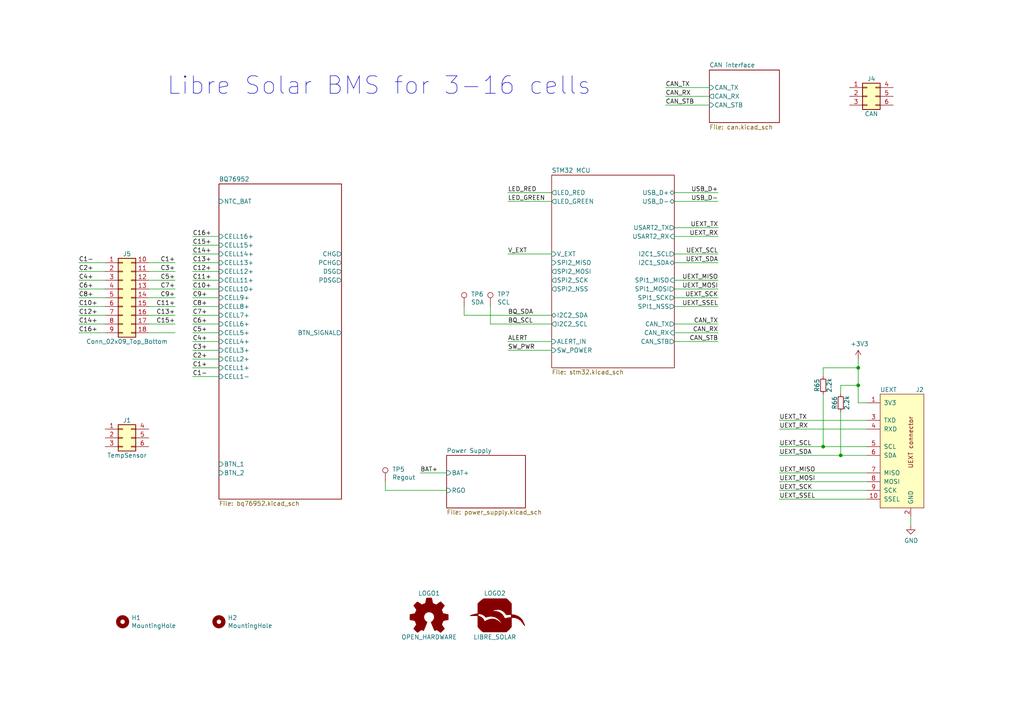
<source format=kicad_sch>
(kicad_sch (version 20211123) (generator eeschema)
  (paper "A4")
  (title_block (title "BMS 16S Control Board") (date "2021-02-13") (rev "0.1") (company "Libre Solar Technologies GmbH") (comment 1 "Website: https://libre.solar") (comment 2 "Author: Martin Jäger") (comment 3 "License: Creative Commons Attribution-ShareAlike 4.0 International"))
  (lib_symbols
    (symbol "Connector:TestPoint" (pin_numbers hide) (pin_names (offset 0.762) hide)
      (property "Reference" "TP" (at 0 6.858 0))
      (property "Value" "TestPoint" (at 0 5.08 0))
      (symbol "TestPoint_1_1"
        (pin passive line (at 0 0 90) (length 2.54) (name "1") (number "1"))
      )
    )
    (symbol "Connector:USB_B_Micro" (pin_names (offset 1.016))
      (property "Reference" "J" (at -5.08 11.43 0))
      (property "Value" "USB_B_Micro" (at -5.08 8.89 0))
      (symbol "USB_B_Micro_1_1"
        (pin power_out line (at 7.62 5.08 180) (length 2.54) (name "VBUS") (number "1"))
        (pin bidirectional line (at 7.62 -2.54 180) (length 2.54) (name "D-") (number "2"))
        (pin bidirectional line (at 7.62 0 180) (length 2.54) (name "D+") (number "3"))
        (pin passive line (at 7.62 -5.08 180) (length 2.54) (name "ID") (number "4"))
        (pin power_out line (at 0 -10.16 90) (length 2.54) (name "GND") (number "5"))
        (pin passive line (at -2.54 -10.16 90) (length 2.54) (name "Shield") (number "6"))
      )
    )
    (symbol "Connector_Generic:Conn_02x03_Top_Bottom" (pin_names (offset 1.016) hide)
      (property "Reference" "J" (at 1.27 5.08 0))
      (property "Value" "Conn_02x03_Top_Bottom" (at 1.27 -5.08 0))
      (symbol "Conn_02x03_Top_Bottom_1_1"
        (pin passive line (at -5.08 2.54 0) (length 3.81) (name "Pin_1") (number "1"))
        (pin passive line (at -5.08 0 0) (length 3.81) (name "Pin_2") (number "2"))
        (pin passive line (at -5.08 -2.54 0) (length 3.81) (name "Pin_3") (number "3"))
        (pin passive line (at 7.62 2.54 180) (length 3.81) (name "Pin_4") (number "4"))
        (pin passive line (at 7.62 0 180) (length 3.81) (name "Pin_5") (number "5"))
        (pin passive line (at 7.62 -2.54 180) (length 3.81) (name "Pin_6") (number "6"))
      )
    )
    (symbol "Connector_Generic:Conn_02x09_Top_Bottom" (pin_names (offset 1.016) hide)
      (property "Reference" "J" (at 1.27 12.7 0))
      (property "Value" "Conn_02x09_Top_Bottom" (at 1.27 -12.7 0))
      (symbol "Conn_02x09_Top_Bottom_1_1"
        (pin passive line (at -5.08 10.16 0) (length 3.81) (name "Pin_1") (number "1"))
        (pin passive line (at 7.62 10.16 180) (length 3.81) (name "Pin_10") (number "10"))
        (pin passive line (at 7.62 7.62 180) (length 3.81) (name "Pin_11") (number "11"))
        (pin passive line (at 7.62 5.08 180) (length 3.81) (name "Pin_12") (number "12"))
        (pin passive line (at 7.62 2.54 180) (length 3.81) (name "Pin_13") (number "13"))
        (pin passive line (at 7.62 0 180) (length 3.81) (name "Pin_14") (number "14"))
        (pin passive line (at 7.62 -2.54 180) (length 3.81) (name "Pin_15") (number "15"))
        (pin passive line (at 7.62 -5.08 180) (length 3.81) (name "Pin_16") (number "16"))
        (pin passive line (at 7.62 -7.62 180) (length 3.81) (name "Pin_17") (number "17"))
        (pin passive line (at 7.62 -10.16 180) (length 3.81) (name "Pin_18") (number "18"))
        (pin passive line (at -5.08 7.62 0) (length 3.81) (name "Pin_2") (number "2"))
        (pin passive line (at -5.08 5.08 0) (length 3.81) (name "Pin_3") (number "3"))
        (pin passive line (at -5.08 2.54 0) (length 3.81) (name "Pin_4") (number "4"))
        (pin passive line (at -5.08 0 0) (length 3.81) (name "Pin_5") (number "5"))
        (pin passive line (at -5.08 -2.54 0) (length 3.81) (name "Pin_6") (number "6"))
        (pin passive line (at -5.08 -5.08 0) (length 3.81) (name "Pin_7") (number "7"))
        (pin passive line (at -5.08 -7.62 0) (length 3.81) (name "Pin_8") (number "8"))
        (pin passive line (at -5.08 -10.16 0) (length 3.81) (name "Pin_9") (number "9"))
      )
    )
    (symbol "Diode:SZESD9B5.0ST5G" (pin_numbers hide) (pin_names (offset 1.016) hide)
      (property "Reference" "D" (at 0 2.54 0))
      (property "Value" "SZESD9B5.0ST5G" (at 0 -2.54 0))
      (symbol "SZESD9B5.0ST5G_1_1"
        (pin passive line (at -3.81 0 0) (length 2.54) (name "A1") (number "1"))
        (pin passive line (at 3.81 0 180) (length 2.54) (name "A2") (number "2"))
      )
    )
    (symbol "Graphic:Logo_Open_Hardware_Small" (pin_names (offset 1.016)))
    (symbol "LibreSolar:Logo_Libre_Solar" (pin_numbers hide) (pin_names (offset 1.016) hide)
      (property "Reference" "LOGO" (at 0 6.985 0))
      (property "Value" "Logo_Libre_Solar" (at 0 -5.715 0))
    )
    (symbol "LibreSolar:R" (pin_numbers hide) (pin_names (offset 0.254) hide)
      (property "Reference" "R" (at -1.905 0 90))
      (property "Value" "R" (at 1.905 0 90))
      (symbol "R_1_1"
        (pin passive line (at 0 2.54 270) (length 0.762) (name "~") (number "1"))
        (pin passive line (at 0 -2.54 90) (length 0.762) (name "~") (number "2"))
      )
    )
    (symbol "LibreSolar:UEXT" (pin_names (offset 1.016))
      (property "Reference" "J" (at -6.35 19.05 0))
      (property "Value" "UEXT" (at 6.35 19.05 0))
      (symbol "UEXT_0_0"
        (text "UEXT connector" (at -2.54 3.81 900) (effects (font (size 1.27 1.27))))
        (pin passive line (at 10.16 7.62 180) (length 3.81) (name "RXD") (number "4"))
      )
      (symbol "UEXT_1_1"
        (pin passive line (at 10.16 15.24 180) (length 3.81) (name "3V3") (number "1"))
        (pin passive line (at 10.16 -12.7 180) (length 3.81) (name "SSEL") (number "10"))
        (pin passive line (at -2.54 -17.78 90) (length 2.54) (name "GND") (number "2"))
        (pin passive line (at 10.16 10.16 180) (length 3.81) (name "TXD") (number "3"))
        (pin passive line (at 10.16 2.54 180) (length 3.81) (name "SCL") (number "5"))
        (pin passive line (at 10.16 0 180) (length 3.81) (name "SDA") (number "6"))
        (pin passive line (at 10.16 -5.08 180) (length 3.81) (name "MISO") (number "7"))
        (pin passive line (at 10.16 -7.62 180) (length 3.81) (name "MOSI") (number "8"))
        (pin passive line (at 10.16 -10.16 180) (length 3.81) (name "SCK") (number "9"))
      )
    )
    (symbol "Mechanical:MountingHole" (pin_names (offset 1.016))
      (property "Reference" "H" (at 0 5.08 0))
      (property "Value" "MountingHole" (at 0 3.175 0))
    )
    (symbol "bms-control-16s-rescue:D_LED-LibreSolar" (pin_numbers hide) (pin_names (offset 1.016) hide)
      (property "Reference" "D" (at 3.175 1.27 0))
      (property "Value" "D_LED-LibreSolar" (at 3.175 -1.27 0))
      (symbol "D_LED-LibreSolar_1_1"
        (pin passive line (at 0 -2.54 90) (length 1.27) (name "K") (number "1"))
        (pin passive line (at 0 2.54 270) (length 1.27) (name "A") (number "2"))
      )
    )
    (symbol "power:+3.3V" (power) (pin_names (offset 0))
      (property "Value" "+3.3V" (at 0 3.556 0))
      (symbol "+3.3V_1_1"
        (pin power_in line (at 0 0 90) (length 0) hide (name "+3V3") (number "1"))
      )
    )
    (symbol "power:+5V" (power) (pin_names (offset 0))
      (property "Value" "+5V" (at 0 3.556 0))
      (symbol "+5V_1_1"
        (pin power_in line (at 0 0 90) (length 0) hide (name "+5V") (number "1"))
      )
    )
    (symbol "power:GND" (power) (pin_names (offset 0))
      (property "Value" "GND" (at 0 -3.81 0))
      (symbol "GND_1_1"
        (pin power_in line (at 0 0 270) (length 0) hide (name "GND") (number "1"))
      )
    )
  )
  (junction (at 358.14 43.18) (diameter 0.9144))
  (junction (at 337.82 25.4))
  (junction (at 320.04 33.02))
  (junction (at 243.84 132.08) (diameter 0.9144))
  (junction (at 238.76 129.54) (diameter 0.9144))
  (junction (at 328.93 30.48))
  (junction (at 248.92 106.68))
  (junction (at 248.92 111.76) (diameter 0.9144))
  (wire (pts (xy 142.24 93.98) (xy 160.02 93.98)))
  (wire (pts (xy 251.46 144.78) (xy 226.06 144.78)))
  (wire (pts (xy 43.18 76.2) (xy 50.8 76.2)))
  (wire (pts (xy 195.58 73.66) (xy 208.28 73.66)))
  (wire (pts (xy 22.86 83.82) (xy 30.48 83.82)))
  (wire (pts (xy 373.38 99.06) (xy 360.68 99.06)))
  (wire (pts (xy 360.68 137.16) (xy 373.38 137.16)))
  (wire (pts (xy 328.93 30.48) (xy 350.52 30.48)))
  (wire (pts (xy 360.68 96.52) (xy 373.38 96.52)))
  (wire (pts (xy 248.92 111.76) (xy 248.92 106.68)))
  (wire (pts (xy 195.58 88.9) (xy 208.28 88.9)))
  (wire (pts (xy 55.88 81.28) (xy 63.5 81.28)))
  (wire (pts (xy 22.86 96.52) (xy 30.48 96.52)))
  (wire (pts (xy 205.74 25.4) (xy 193.04 25.4)))
  (wire (pts (xy 55.88 78.74) (xy 63.5 78.74)))
  (wire (pts (xy 360.68 104.14) (xy 373.38 104.14)))
  (wire (pts (xy 314.96 111.76) (xy 327.66 111.76)))
  (wire (pts (xy 147.32 58.42) (xy 160.02 58.42)))
  (wire (pts (xy 243.84 119.38) (xy 243.84 132.08)))
  (wire (pts (xy 55.88 96.52) (xy 63.5 96.52)))
  (wire (pts (xy 43.18 91.44) (xy 50.8 91.44)))
  (wire (pts (xy 55.88 86.36) (xy 63.5 86.36)))
  (wire (pts (xy 55.88 71.12) (xy 63.5 71.12)))
  (wire (pts (xy 238.76 106.68) (xy 248.92 106.68)))
  (wire (pts (xy 55.88 76.2) (xy 63.5 76.2)))
  (wire (pts (xy 320.04 33.02) (xy 307.34 33.02)))
  (wire (pts (xy 43.18 88.9) (xy 50.8 88.9)))
  (wire (pts (xy 195.58 68.58) (xy 208.28 68.58)))
  (wire (pts (xy 55.88 68.58) (xy 63.5 68.58)))
  (wire (pts (xy 55.88 83.82) (xy 63.5 83.82)))
  (wire (pts (xy 320.04 33.02) (xy 320.04 38.1)))
  (wire (pts (xy 195.58 96.52) (xy 208.28 96.52)))
  (wire (pts (xy 251.46 139.7) (xy 226.06 139.7)))
  (wire (pts (xy 327.66 195.58) (xy 327.66 187.96)))
  (wire (pts (xy 226.06 132.08) (xy 243.84 132.08)))
  (wire (pts (xy 55.88 73.66) (xy 63.5 73.66)))
  (wire (pts (xy 22.86 88.9) (xy 30.48 88.9)))
  (wire (pts (xy 251.46 116.84) (xy 248.92 116.84)))
  (wire (pts (xy 43.18 96.52) (xy 50.8 96.52)))
  (wire (pts (xy 22.86 78.74) (xy 30.48 78.74)))
  (wire (pts (xy 134.62 88.9) (xy 134.62 91.44)))
  (wire (pts (xy 160.02 73.66) (xy 147.32 73.66)))
  (wire (pts (xy 226.06 137.16) (xy 251.46 137.16)))
  (wire (pts (xy 360.68 43.18) (xy 360.68 40.64)))
  (wire (pts (xy 358.14 43.18) (xy 360.68 43.18)))
  (wire (pts (xy 55.88 109.22) (xy 63.5 109.22)))
  (wire (pts (xy 226.06 129.54) (xy 238.76 129.54)))
  (wire (pts (xy 55.88 93.98) (xy 63.5 93.98)))
  (wire (pts (xy 337.82 20.32) (xy 337.82 25.4)))
  (wire (pts (xy 350.52 33.02) (xy 320.04 33.02)))
  (wire (pts (xy 350.52 35.56) (xy 347.98 35.56)))
  (wire (pts (xy 111.76 139.7) (xy 111.76 142.24)))
  (wire (pts (xy 327.66 200.66) (xy 327.66 205.74)))
  (wire (pts (xy 111.76 142.24) (xy 129.54 142.24)))
  (wire (pts (xy 238.76 129.54) (xy 251.46 129.54)))
  (wire (pts (xy 22.86 93.98) (xy 30.48 93.98)))
  (wire (pts (xy 337.82 25.4) (xy 350.52 25.4)))
  (wire (pts (xy 134.62 91.44) (xy 160.02 91.44)))
  (wire (pts (xy 360.68 132.08) (xy 373.38 132.08)))
  (wire (pts (xy 358.14 40.64) (xy 358.14 43.18)))
  (wire (pts (xy 195.58 83.82) (xy 208.28 83.82)))
  (wire (pts (xy 314.96 101.6) (xy 327.66 101.6)))
  (wire (pts (xy 248.92 111.76) (xy 243.84 111.76)))
  (wire (pts (xy 248.92 106.68) (xy 248.92 104.14)))
  (wire (pts (xy 347.98 43.18) (xy 347.98 45.72)))
  (wire (pts (xy 55.88 88.9) (xy 63.5 88.9)))
  (wire (pts (xy 360.68 134.62) (xy 373.38 134.62)))
  (wire (pts (xy 314.96 99.06) (xy 327.66 99.06)))
  (wire (pts (xy 22.86 91.44) (xy 30.48 91.44)))
  (wire (pts (xy 307.34 30.48) (xy 328.93 30.48)))
  (wire (pts (xy 205.74 30.48) (xy 193.04 30.48)))
  (wire (pts (xy 55.88 104.14) (xy 63.5 104.14)))
  (wire (pts (xy 195.58 86.36) (xy 208.28 86.36)))
  (wire (pts (xy 43.18 86.36) (xy 50.8 86.36)))
  (wire (pts (xy 22.86 86.36) (xy 30.48 86.36)))
  (wire (pts (xy 205.74 27.94) (xy 193.04 27.94)))
  (wire (pts (xy 22.86 76.2) (xy 30.48 76.2)))
  (wire (pts (xy 55.88 99.06) (xy 63.5 99.06)))
  (wire (pts (xy 160.02 99.06) (xy 147.32 99.06)))
  (wire (pts (xy 337.82 45.72) (xy 337.82 49.53)))
  (wire (pts (xy 328.93 30.48) (xy 328.93 38.1)))
  (wire (pts (xy 195.58 66.04) (xy 208.28 66.04)))
  (wire (pts (xy 243.84 111.76) (xy 243.84 114.3)))
  (wire (pts (xy 264.16 152.4) (xy 264.16 149.86)))
  (wire (pts (xy 350.52 210.82) (xy 350.52 215.9)))
  (wire (pts (xy 238.76 109.22) (xy 238.76 106.68)))
  (wire (pts (xy 337.82 25.4) (xy 337.82 38.1)))
  (wire (pts (xy 55.88 106.68) (xy 63.5 106.68)))
  (wire (pts (xy 238.76 114.3) (xy 238.76 129.54)))
  (wire (pts (xy 195.58 93.98) (xy 208.28 93.98)))
  (wire (pts (xy 226.06 142.24) (xy 251.46 142.24)))
  (wire (pts (xy 195.58 55.88) (xy 208.28 55.88)))
  (wire (pts (xy 243.84 132.08) (xy 251.46 132.08)))
  (wire (pts (xy 22.86 81.28) (xy 30.48 81.28)))
  (wire (pts (xy 43.18 78.74) (xy 50.8 78.74)))
  (wire (pts (xy 43.18 81.28) (xy 50.8 81.28)))
  (wire (pts (xy 55.88 101.6) (xy 63.5 101.6)))
  (wire (pts (xy 147.32 55.88) (xy 160.02 55.88)))
  (wire (pts (xy 195.58 76.2) (xy 208.28 76.2)))
  (wire (pts (xy 248.92 116.84) (xy 248.92 111.76)))
  (wire (pts (xy 208.28 58.42) (xy 195.58 58.42)))
  (wire (pts (xy 195.58 81.28) (xy 208.28 81.28)))
  (wire (pts (xy 251.46 121.92) (xy 226.06 121.92)))
  (wire (pts (xy 314.96 114.3) (xy 327.66 114.3)))
  (wire (pts (xy 328.93 45.72) (xy 328.93 49.53)))
  (wire (pts (xy 251.46 124.46) (xy 226.06 124.46)))
  (wire (pts (xy 360.68 106.68) (xy 373.38 106.68)))
  (wire (pts (xy 43.18 93.98) (xy 50.8 93.98)))
  (wire (pts (xy 55.88 91.44) (xy 63.5 91.44)))
  (wire (pts (xy 195.58 99.06) (xy 208.28 99.06)))
  (wire (pts (xy 350.52 195.58) (xy 350.52 187.96)))
  (wire (pts (xy 160.02 101.6) (xy 147.32 101.6)))
  (wire (pts (xy 142.24 88.9) (xy 142.24 93.98)))
  (wire (pts (xy 350.52 200.66) (xy 350.52 205.74)))
  (wire (pts (xy 129.54 137.16) (xy 121.92 137.16)))
  (wire (pts (xy 320.04 45.72) (xy 320.04 49.53)))
  (wire (pts (xy 358.14 43.18) (xy 358.14 45.72)))
  (wire (pts (xy 43.18 83.82) (xy 50.8 83.82)))
  (wire (pts (xy 347.98 35.56) (xy 347.98 38.1)))
  (wire (pts (xy 327.66 121.92) (xy 314.96 121.92)))
  (wire (pts (xy 327.66 210.82) (xy 327.66 215.9)))
  (wire (pts (xy 327.66 124.46) (xy 314.96 124.46)))
  (text "Libre Solar BMS for 3-16 cells" (at 48.26 27.94 0) (effects (font (size 5.08 5.08)) (justify left bottom)))
  (text "Status LEDs" (at 325.12 185.42 0) (effects (font (size 2.54 2.54)) (justify left bottom)))
  (label "UEXT_TX" (at 373.38 104.14 180))
  (label "C8+" (at 55.88 88.9 0))
  (label "ALERT" (at 147.32 99.06 0))
  (label "C2+" (at 22.86 78.74 0))
  (label "CAN_RX" (at 373.38 134.62 180))
  (label "SW_PWR" (at 314.96 124.46 0))
  (label "C16+" (at 22.86 96.52 0))
  (label "USB_D+" (at 208.28 55.88 180))
  (label "BQ_SDA" (at 314.96 111.76 0))
  (label "C12+" (at 55.88 78.74 0))
  (label "C2+" (at 55.88 104.14 0))
  (label "C1+" (at 55.88 106.68 0))
  (label "C14+" (at 55.88 73.66 0))
  (label "BQ_SCL" (at 314.96 114.3 0))
  (label "UEXT_MISO" (at 226.06 137.16 0))
  (label "BQ_SCL" (at 147.32 93.98 0))
  (label "UEXT_SSEL" (at 208.28 88.9 180))
  (label "CAN_STB" (at 193.04 30.48 0))
  (label "C7+" (at 50.8 83.82 180))
  (label "V_EXT" (at 147.32 73.66 0))
  (label "C8+" (at 22.86 86.36 0))
  (label "CAN_TX" (at 208.28 93.98 180))
  (label "UEXT_MISO" (at 208.28 81.28 180))
  (label "C1-" (at 22.86 76.2 0))
  (label "C6+" (at 55.88 93.98 0))
  (label "CAN_TX" (at 373.38 132.08 180))
  (label "UEXT_TX" (at 226.06 121.92 0))
  (label "C5+" (at 50.8 81.28 180))
  (label "UEXT_SDA" (at 226.06 132.08 0))
  (label "C7+" (at 55.88 91.44 0))
  (label "C4+" (at 55.88 99.06 0))
  (label "ALERT" (at 314.96 121.92 0))
  (label "UEXT_SCL" (at 226.06 129.54 0))
  (label "LED_GREEN" (at 147.32 58.42 0))
  (label "C12+" (at 22.86 91.44 0))
  (label "UEXT_SCK" (at 208.28 86.36 180))
  (label "C10+" (at 55.88 83.82 0))
  (label "C4+" (at 22.86 81.28 0))
  (label "UEXT_RX" (at 208.28 68.58 180))
  (label "C13+" (at 55.88 76.2 0))
  (label "USB_D+" (at 307.34 30.48 0))
  (label "CAN_RX" (at 208.28 96.52 180))
  (label "USB_D-" (at 373.38 99.06 180))
  (label "C15+" (at 50.8 93.98 180))
  (label "C11+" (at 55.88 81.28 0))
  (label "CAN_STB" (at 373.38 137.16 180))
  (label "C6+" (at 22.86 83.82 0))
  (label "USB_D+" (at 373.38 96.52 180))
  (label "C1-" (at 55.88 109.22 0))
  (label "CAN_TX" (at 193.04 25.4 0))
  (label "UEXT_RX" (at 226.06 124.46 0))
  (label "C13+" (at 50.8 91.44 180))
  (label "C11+" (at 50.8 88.9 180))
  (label "C10+" (at 22.86 88.9 0))
  (label "LED_GREEN" (at 314.96 101.6 0))
  (label "BQ_SDA" (at 147.32 91.44 0))
  (label "C9+" (at 55.88 86.36 0))
  (label "LED1" (at 327.66 187.96 270))
  (label "UEXT_TX" (at 208.28 66.04 180))
  (label "UEXT_MOSI" (at 226.06 139.7 0))
  (label "UEXT_MOSI" (at 208.28 83.82 180))
  (label "LED_RED" (at 147.32 55.88 0))
  (label "UEXT_SSEL" (at 226.06 144.78 0))
  (label "UEXT_SCL" (at 208.28 73.66 180))
  (label "CAN_STB" (at 208.28 99.06 180))
  (label "BAT+" (at 121.92 137.16 0))
  (label "SW_PWR" (at 147.32 101.6 0))
  (label "C3+" (at 55.88 101.6 0))
  (label "LED2" (at 350.52 187.96 270))
  (label "C5+" (at 55.88 96.52 0))
  (label "UEXT_SDA" (at 208.28 76.2 180))
  (label "C14+" (at 22.86 93.98 0))
  (label "USB_D-" (at 307.34 33.02 0))
  (label "USB_D-" (at 208.28 58.42 180))
  (label "C15+" (at 55.88 71.12 0))
  (label "C1+" (at 50.8 76.2 180))
  (label "UEXT_RX" (at 373.38 106.68 180))
  (label "C9+" (at 50.8 86.36 180))
  (label "CAN_RX" (at 193.04 27.94 0))
  (label "C3+" (at 50.8 78.74 180))
  (label "LED_RED" (at 314.96 99.06 0))
  (label "C16+" (at 55.88 68.58 0))
  (label "UEXT_SCK" (at 226.06 142.24 0))
  (symbol (lib_id "LibreSolar:Logo_Libre_Solar") (at 143.51 179.07 0) (unit 1)
    (property "Reference" "LOGO2" (at 143.51 172.085 0))
    (property "Value" "LIBRE_SOLAR" (at 143.51 184.785 0))
    (property "Footprint" "LibreSolar:LIBRESOLAR_LOGO" (effects hide))
  )
  (symbol (lib_id "Graphic:Logo_Open_Hardware_Small") (at 124.46 179.07 0) (unit 1)
    (property "Reference" "LOGO1" (at 124.46 172.085 0))
    (property "Value" "OPEN_HARDWARE" (at 124.46 184.785 0))
    (property "Footprint" "Symbol:OSHW-Logo_5.7x6mm_SilkScreen" (effects hide))
  )
  (symbol (lib_id "Connector:TestPoint") (at 111.76 139.7 0) (unit 1)
    (property "Reference" "TP5" (at 113.7412 136.144 0) (effects (justify left)))
    (property "Value" "Regout" (at 113.7412 138.4554 0) (effects (justify left)))
    (property "Footprint" "LibreSolar:TestPoint_1mm_pad" (effects hide))
  )
  (symbol (lib_id "Connector:TestPoint") (at 134.62 88.9 0) (unit 1)
    (property "Reference" "TP6" (at 136.6012 85.344 0) (effects (justify left)))
    (property "Value" "SDA" (at 136.6012 87.6554 0) (effects (justify left)))
    (property "Footprint" "LibreSolar:TestPoint_1mm_pad" (effects hide))
  )
  (symbol (lib_id "Connector:TestPoint") (at 142.24 88.9 0) (unit 1)
    (property "Reference" "TP7" (at 144.2212 85.344 0) (effects (justify left)))
    (property "Value" "SCL" (at 144.2212 87.6554 0) (effects (justify left)))
    (property "Footprint" "LibreSolar:TestPoint_1mm_pad" (effects hide))
  )
  (symbol (lib_id "LibreSolar:R") (at 243.84 116.84 0) (mirror x) (unit 1)
    (property "Reference" "R66" (at 242.062 116.84 90))
    (property "Value" "2.2k" (at 245.618 116.84 90))
    (property "Footprint" "LibreSolar:R_0603_1608" (effects hide))
    (property "Manufacturer" "Yageo" (effects hide))
    (property "PartNumber" "RC0603FR-072K2L" (effects hide))
  )
  (symbol (lib_id "LibreSolar:R") (at 238.76 111.76 0) (mirror x) (unit 1)
    (property "Reference" "R65" (at 236.982 111.76 90))
    (property "Value" "2.2k" (at 240.538 111.76 90))
    (property "Footprint" "LibreSolar:R_0603_1608" (effects hide))
    (property "Manufacturer" "Yageo" (effects hide))
    (property "PartNumber" "RC0603FR-072K2L" (effects hide))
  )
  (symbol (lib_id "Connector:USB_B_Micro") (at 358.14 30.48 0) (mirror y) (unit 1)
    (property "Reference" "J3" (at 363.9566 30.7086 0) (effects (justify right)))
    (property "Value" "USB_B_Micro" (at 353.06 21.59 0) (effects (justify right)))
    (property "Footprint" "LibreSolar:USB_Micro-B_10103594-0001LF" (effects hide))
    (property "Manufacturer" "Amphenol FCI" (effects hide))
    (property "PartNumber" "10103594-0001LF" (effects hide))
  )
  (symbol (lib_id "LibreSolar:UEXT") (at 261.62 132.08 0) (mirror y) (unit 1)
    (property "Reference" "J2" (at 267.97 113.03 0) (effects (justify left)))
    (property "Value" "UEXT" (at 255.27 113.03 0) (effects (justify right)))
    (property "Footprint" "LibreSolar:Box_Header_2x05x2.54mm_Straight" (effects hide))
    (property "Manufacturer" "Würth" (effects hide))
    (property "PartNumber" "61201021621" (effects hide))
  )
  (symbol (lib_id "power:GND") (at 264.16 152.4 0) (unit 1)
    (property "Reference" "#PWR0115" (effects hide))
    (property "Value" "GND" (at 264.287 156.7942 0))
  )
  (symbol (lib_id "power:GND") (at 358.14 45.72 0) (unit 1)
    (property "Reference" "#PWR0116" (effects hide))
    (property "Value" "GND" (at 358.267 50.1142 0))
  )
  (symbol (lib_id "LibreSolar:R") (at 347.98 40.64 0) (unit 1)
    (property "Reference" "R27" (at 346.075 40.64 90))
    (property "Value" "330k" (at 349.885 40.64 90))
    (property "Footprint" "LibreSolar:R_0603_1608" (effects hide))
    (property "Manufacturer" "Yageo" (effects hide))
    (property "PartNumber" "RC0603FR-07330KL" (effects hide))
  )
  (symbol (lib_id "power:GND") (at 347.98 45.72 0) (unit 1)
    (property "Reference" "#PWR0117" (effects hide))
    (property "Value" "GND" (at 348.107 50.1142 0))
  )
  (symbol (lib_id "power:+3.3V") (at 248.92 104.14 0) (unit 1)
    (property "Reference" "#PWR0118" (effects hide))
    (property "Value" "+3.3V" (at 249.301 99.7458 0))
  )
  (symbol (lib_id "power:+5V") (at 337.82 20.32 0) (unit 1)
    (property "Reference" "#PWR011" (effects hide))
    (property "Value" "+5V" (at 338.201 15.9258 0))
  )
  (symbol (lib_id "Mechanical:MountingHole") (at 35.56 180.34 0) (unit 1)
    (property "Reference" "H1" (at 38.1 179.1716 0) (effects (justify left)))
    (property "Value" "MountingHole" (at 38.1 181.483 0) (effects (justify left)))
    (property "Footprint" "MountingHole:MountingHole_3.2mm_M3_Pad" (effects hide))
  )
  (symbol (lib_id "Mechanical:MountingHole") (at 63.5 180.34 0) (unit 1)
    (property "Reference" "H2" (at 66.04 179.1716 0) (effects (justify left)))
    (property "Value" "MountingHole" (at 66.04 181.483 0) (effects (justify left)))
    (property "Footprint" "MountingHole:MountingHole_3.2mm_M3_Pad" (effects hide))
  )
  (symbol (lib_id "Diode:SZESD9B5.0ST5G") (at 320.04 41.91 90) (unit 1)
    (property "Reference" "D3" (at 322.58 40.6399 90) (effects (justify right)))
    (property "Value" "ESD5B5.0ST1G" (at 322.58 43.1799 0) (effects (justify right)))
    (property "Footprint" "Diode_SMD:D_SOD-523" (effects hide))
    (property "Datasheet" "https://www.mouser.de/datasheet/2/308/1/ESD5B5_0ST1_D-2311335.pdf" (effects hide))
  )
  (symbol (lib_id "power:GND") (at 337.82 49.53 0) (unit 1)
    (property "Reference" "#PWR0113" (effects hide))
    (property "Value" "GND" (at 337.82 54.61 0))
  )
  (symbol (lib_id "Connector_Generic:Conn_02x09_Top_Bottom") (at 35.56 86.36 0) (unit 1)
    (property "Reference" "J5" (at 36.83 73.66 0))
    (property "Value" "Conn_02x09_Top_Bottom" (at 36.83 99.06 0))
    (property "Footprint" "Connector_Molex:Molex_Micro-Fit_3.0_43045-1800_2x09_P3.00mm_Horizontal" (effects hide))
  )
  (symbol (lib_id "Connector_Generic:Conn_02x03_Top_Bottom") (at 251.46 27.94 0) (unit 1)
    (property "Reference" "J4" (at 252.73 22.86 0))
    (property "Value" "CAN" (at 252.73 33.02 0))
    (property "Footprint" "Connector_Molex:Molex_Micro-Fit_3.0_43045-0600_2x03_P3.00mm_Horizontal" (effects hide))
  )
  (symbol (lib_id "bms-control-16s-rescue:D_LED-LibreSolar") (at 327.66 208.28 0) (unit 1)
    (property "Reference" "LED1" (at 330.835 207.01 0) (effects (justify left)))
    (property "Value" "LED" (at 330.835 209.55 0) (effects (justify left)))
    (property "Footprint" "LED_SMD:LED_0603_1608Metric" (effects hide))
  )
  (symbol (lib_id "Connector_Generic:Conn_02x03_Top_Bottom") (at 35.56 127 0) (unit 1)
    (property "Reference" "J1" (at 36.83 121.92 0))
    (property "Value" "TempSensor" (at 36.83 132.08 0))
    (property "Footprint" "Connector_Molex:Molex_Micro-Fit_3.0_43045-0600_2x03_P3.00mm_Horizontal" (effects hide))
  )
  (symbol (lib_id "power:GND") (at 350.52 215.9 0) (unit 1)
    (property "Reference" "#PWR0119" (effects hide))
    (property "Value" "GND" (at 350.52 219.71 0))
  )
  (symbol (lib_id "LibreSolar:R") (at 327.66 198.12 0) (mirror x) (unit 1)
    (property "Reference" "R22" (at 325.755 198.12 90))
    (property "Value" "1k" (at 329.565 198.12 90))
    (property "Footprint" "LibreSolar:R_0603_1608" (effects hide))
    (property "Manufacturer" "Yageo" (effects hide))
    (property "PartNumber" "RC0603FR-071KL" (effects hide))
  )
  (symbol (lib_id "LibreSolar:R") (at 350.52 198.12 0) (mirror x) (unit 1)
    (property "Reference" "R23" (at 348.742 198.12 90))
    (property "Value" "1k" (at 352.298 198.12 90))
    (property "Footprint" "LibreSolar:R_0603_1608" (effects hide))
    (property "Manufacturer" "Yageo" (effects hide))
    (property "PartNumber" "RC0603FR-071KL" (effects hide))
  )
  (symbol (lib_id "Diode:SZESD9B5.0ST5G") (at 337.82 41.91 90) (unit 1)
    (property "Reference" "D7" (at 340.36 40.6399 90) (effects (justify right)))
    (property "Value" "ESD5B5.0ST1G" (at 340.36 43.1799 0) (effects (justify right)))
    (property "Footprint" "Diode_SMD:D_SOD-523" (effects hide))
    (property "Datasheet" "https://www.mouser.de/datasheet/2/308/1/ESD5B5_0ST1_D-2311335.pdf" (effects hide))
  )
  (symbol (lib_id "power:GND") (at 327.66 215.9 0) (unit 1)
    (property "Reference" "#PWR0120" (effects hide))
    (property "Value" "GND" (at 327.66 219.71 0))
  )
  (symbol (lib_id "bms-control-16s-rescue:D_LED-LibreSolar") (at 350.52 208.28 0) (unit 1)
    (property "Reference" "LED2" (at 353.695 207.01 0) (effects (justify left)))
    (property "Value" "LED" (at 353.695 209.55 0) (effects (justify left)))
    (property "Footprint" "LED_SMD:LED_0603_1608Metric" (effects hide))
  )
  (symbol (lib_id "Diode:SZESD9B5.0ST5G") (at 328.93 41.91 90) (unit 1)
    (property "Reference" "D4" (at 331.47 40.6399 90) (effects (justify right)))
    (property "Value" "ESD5B5.0ST1G" (at 331.47 43.1799 0) (effects (justify right)))
    (property "Footprint" "Diode_SMD:D_SOD-523" (effects hide))
    (property "Datasheet" "https://www.mouser.de/datasheet/2/308/1/ESD5B5_0ST1_D-2311335.pdf" (effects hide))
  )
  (symbol (lib_id "power:GND") (at 320.04 49.53 0) (unit 1)
    (property "Reference" "#PWR0111" (effects hide))
    (property "Value" "GND" (at 320.04 54.61 0))
  )
  (symbol (lib_id "power:GND") (at 328.93 49.53 0) (unit 1)
    (property "Reference" "#PWR0112" (effects hide))
    (property "Value" "GND" (at 328.93 54.61 0))
  )
  (sheet (at 129.54 132.08) (size 22.86 15.24)
    (property "Sheet name" "Power Supply" (at 129.54 131.4445 0) (effects (justify left bottom)))
    (property "Sheet file" "power_supply.kicad_sch" (at 129.54 147.8285 0) (effects (justify left top)))
    (pin "RGO" input (at 129.54 142.24 180))
    (pin "BAT+" input (at 129.54 137.16 180))
  )
  (sheet (at 160.02 50.8) (size 35.56 55.88)
    (property "Sheet name" "STM32 MCU" (at 160.02 50.1645 0) (effects (justify left bottom)))
    (property "Sheet file" "stm32.kicad_sch" (at 160.02 107.1885 0) (effects (justify left top)))
    (pin "I2C1_SDA" bidirectional (at 195.58 76.2 0))
    (pin "I2C1_SCL" output (at 195.58 73.66 0))
    (pin "SPI1_MOSI" output (at 195.58 83.82 0))
    (pin "SPI1_MISO" input (at 195.58 81.28 0))
    (pin "SPI1_SCK" output (at 195.58 86.36 0))
    (pin "USART2_RX" input (at 195.58 68.58 0))
    (pin "USART2_TX" output (at 195.58 66.04 0))
    (pin "I2C2_SCL" output (at 160.02 93.98 180))
    (pin "I2C2_SDA" bidirectional (at 160.02 91.44 180))
    (pin "ALERT_IN" input (at 160.02 99.06 180))
    (pin "SW_POWER" input (at 160.02 101.6 180))
    (pin "USB_D-" bidirectional (at 195.58 58.42 0))
    (pin "USB_D+" bidirectional (at 195.58 55.88 0))
    (pin "V_EXT" input (at 160.02 73.66 180))
    (pin "SPI2_SCK" output (at 160.02 81.28 180))
    (pin "SPI2_NSS" output (at 160.02 83.82 180))
    (pin "SPI2_MOSI" output (at 160.02 78.74 180))
    (pin "SPI2_MISO" input (at 160.02 76.2 180))
    (pin "SPI1_NSS" output (at 195.58 88.9 0))
    (pin "LED_GREEN" output (at 160.02 58.42 180))
    (pin "LED_RED" output (at 160.02 55.88 180))
    (pin "CAN_TX" output (at 195.58 93.98 0))
    (pin "CAN_STB" output (at 195.58 99.06 0))
    (pin "CAN_RX" input (at 195.58 96.52 0))
  )
  (sheet (at 63.5 53.34) (size 35.56 91.44)
    (property "Sheet name" "BQ76952" (at 63.5 52.7045 0) (effects (justify left bottom)))
    (property "Sheet file" "bq76952.kicad_sch" (at 63.5 145.2885 0) (effects (justify left top)))
    (pin "CELL8+" input (at 63.5 88.9 180))
    (pin "CELL7+" input (at 63.5 91.44 180))
    (pin "CELL6+" input (at 63.5 93.98 180))
    (pin "CELL5+" input (at 63.5 96.52 180))
    (pin "CELL4+" input (at 63.5 99.06 180))
    (pin "CELL3+" input (at 63.5 101.6 180))
    (pin "CELL2+" input (at 63.5 104.14 180))
    (pin "CELL1+" input (at 63.5 106.68 180))
    (pin "CELL1-" input (at 63.5 109.22 180))
    (pin "NTC_BAT" input (at 63.5 58.42 180))
    (pin "BTN_1" input (at 63.5 134.62 180))
    (pin "BTN_2" input (at 63.5 137.16 180))
    (pin "BTN_SIGNAL" output (at 99.06 96.52 0))
    (pin "CHG" output (at 99.06 73.66 0))
    (pin "DSG" output (at 99.06 78.74 0))
    (pin "PCHG" output (at 99.06 76.2 0))
    (pin "PDSG" output (at 99.06 81.28 0))
    (pin "CELL16+" input (at 63.5 68.58 180))
    (pin "CELL15+" input (at 63.5 71.12 180))
    (pin "CELL14+" input (at 63.5 73.66 180))
    (pin "CELL13+" input (at 63.5 76.2 180))
    (pin "CELL12+" input (at 63.5 78.74 180))
    (pin "CELL11+" input (at 63.5 81.28 180))
    (pin "CELL10+" input (at 63.5 83.82 180))
    (pin "CELL9+" input (at 63.5 86.36 180))
  )
  (sheet (at 327.66 91.44) (size 33.02 58.42) (stroke (width 0.0006))
    (property "Sheet name" "ESP32 MCU" (at 327.66 90.8043 0) (effects (justify left bottom)))
    (property "Sheet file" "esp32.kicad_sch" (at 327.66 150.3687 0) (effects (justify left top)))
    (pin "CAN_RX" input (at 360.68 134.62 0))
    (pin "CAN_TX" output (at 360.68 132.08 0))
    (pin "I2C_SDA" bidirectional (at 327.66 111.76 180))
    (pin "I2C_SCL" output (at 327.66 114.3 180))
    (pin "USB_D-" bidirectional (at 360.68 99.06 0))
    (pin "USB_D+" bidirectional (at 360.68 96.52 0))
    (pin "UART0_TX" output (at 360.68 104.14 0))
    (pin "UART0_RX" input (at 360.68 106.68 0))
    (pin "CAN_STB" output (at 360.68 137.16 0))
    (pin "LED_RED" output (at 327.66 99.06 180))
    (pin "LED_GREEN" output (at 327.66 101.6 180))
    (pin "ALERT_IN" input (at 327.66 121.92 180))
    (pin "SW_PWR" input (at 327.66 124.46 180))
  )
  (sheet (at 205.74 20.32) (size 20.32 15.24) (stroke (width 0.1524))
    (property "Sheet name" "CAN interface" (at 205.74 19.6084 0) (effects (justify left bottom)))
    (property "Sheet file" "can.kicad_sch" (at 205.74 36.1446 0) (effects (justify left top)))
    (pin "CAN_STB" input (at 205.74 30.48 180))
    (pin "CAN_TX" input (at 205.74 25.4 180))
    (pin "CAN_RX" output (at 205.74 27.94 180))
  )
)
</source>
